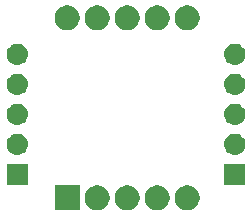
<source format=gbr>
G04 #@! TF.GenerationSoftware,KiCad,Pcbnew,(5.0.2)-1*
G04 #@! TF.CreationDate,2019-05-13T14:34:42-07:00*
G04 #@! TF.ProjectId,7_segment_display,375f7365-676d-4656-9e74-5f646973706c,rev?*
G04 #@! TF.SameCoordinates,Original*
G04 #@! TF.FileFunction,Soldermask,Top*
G04 #@! TF.FilePolarity,Negative*
%FSLAX46Y46*%
G04 Gerber Fmt 4.6, Leading zero omitted, Abs format (unit mm)*
G04 Created by KiCad (PCBNEW (5.0.2)-1) date 5/13/2019 2:34:42 PM*
%MOMM*%
%LPD*%
G01*
G04 APERTURE LIST*
%ADD10C,0.100000*%
G04 APERTURE END LIST*
D10*
G36*
X17336001Y-18286001D02*
X15234001Y-18286001D01*
X15234001Y-16184001D01*
X17336001Y-16184001D01*
X17336001Y-18286001D01*
X17336001Y-18286001D01*
G37*
G36*
X19131566Y-16224390D02*
X19322835Y-16303616D01*
X19494977Y-16418638D01*
X19641364Y-16565025D01*
X19756386Y-16737167D01*
X19835612Y-16928436D01*
X19876001Y-17131485D01*
X19876001Y-17338517D01*
X19835612Y-17541566D01*
X19756386Y-17732835D01*
X19641364Y-17904977D01*
X19494977Y-18051364D01*
X19322835Y-18166386D01*
X19131566Y-18245612D01*
X18928517Y-18286001D01*
X18721485Y-18286001D01*
X18518436Y-18245612D01*
X18327167Y-18166386D01*
X18155025Y-18051364D01*
X18008638Y-17904977D01*
X17893616Y-17732835D01*
X17814390Y-17541566D01*
X17774001Y-17338517D01*
X17774001Y-17131485D01*
X17814390Y-16928436D01*
X17893616Y-16737167D01*
X18008638Y-16565025D01*
X18155025Y-16418638D01*
X18327167Y-16303616D01*
X18518436Y-16224390D01*
X18721485Y-16184001D01*
X18928517Y-16184001D01*
X19131566Y-16224390D01*
X19131566Y-16224390D01*
G37*
G36*
X21671566Y-16224390D02*
X21862835Y-16303616D01*
X22034977Y-16418638D01*
X22181364Y-16565025D01*
X22296386Y-16737167D01*
X22375612Y-16928436D01*
X22416001Y-17131485D01*
X22416001Y-17338517D01*
X22375612Y-17541566D01*
X22296386Y-17732835D01*
X22181364Y-17904977D01*
X22034977Y-18051364D01*
X21862835Y-18166386D01*
X21671566Y-18245612D01*
X21468517Y-18286001D01*
X21261485Y-18286001D01*
X21058436Y-18245612D01*
X20867167Y-18166386D01*
X20695025Y-18051364D01*
X20548638Y-17904977D01*
X20433616Y-17732835D01*
X20354390Y-17541566D01*
X20314001Y-17338517D01*
X20314001Y-17131485D01*
X20354390Y-16928436D01*
X20433616Y-16737167D01*
X20548638Y-16565025D01*
X20695025Y-16418638D01*
X20867167Y-16303616D01*
X21058436Y-16224390D01*
X21261485Y-16184001D01*
X21468517Y-16184001D01*
X21671566Y-16224390D01*
X21671566Y-16224390D01*
G37*
G36*
X26751566Y-16224390D02*
X26942835Y-16303616D01*
X27114977Y-16418638D01*
X27261364Y-16565025D01*
X27376386Y-16737167D01*
X27455612Y-16928436D01*
X27496001Y-17131485D01*
X27496001Y-17338517D01*
X27455612Y-17541566D01*
X27376386Y-17732835D01*
X27261364Y-17904977D01*
X27114977Y-18051364D01*
X26942835Y-18166386D01*
X26751566Y-18245612D01*
X26548517Y-18286001D01*
X26341485Y-18286001D01*
X26138436Y-18245612D01*
X25947167Y-18166386D01*
X25775025Y-18051364D01*
X25628638Y-17904977D01*
X25513616Y-17732835D01*
X25434390Y-17541566D01*
X25394001Y-17338517D01*
X25394001Y-17131485D01*
X25434390Y-16928436D01*
X25513616Y-16737167D01*
X25628638Y-16565025D01*
X25775025Y-16418638D01*
X25947167Y-16303616D01*
X26138436Y-16224390D01*
X26341485Y-16184001D01*
X26548517Y-16184001D01*
X26751566Y-16224390D01*
X26751566Y-16224390D01*
G37*
G36*
X24211566Y-16224390D02*
X24402835Y-16303616D01*
X24574977Y-16418638D01*
X24721364Y-16565025D01*
X24836386Y-16737167D01*
X24915612Y-16928436D01*
X24956001Y-17131485D01*
X24956001Y-17338517D01*
X24915612Y-17541566D01*
X24836386Y-17732835D01*
X24721364Y-17904977D01*
X24574977Y-18051364D01*
X24402835Y-18166386D01*
X24211566Y-18245612D01*
X24008517Y-18286001D01*
X23801485Y-18286001D01*
X23598436Y-18245612D01*
X23407167Y-18166386D01*
X23235025Y-18051364D01*
X23088638Y-17904977D01*
X22973616Y-17732835D01*
X22894390Y-17541566D01*
X22854001Y-17338517D01*
X22854001Y-17131485D01*
X22894390Y-16928436D01*
X22973616Y-16737167D01*
X23088638Y-16565025D01*
X23235025Y-16418638D01*
X23407167Y-16303616D01*
X23598436Y-16224390D01*
X23801485Y-16184001D01*
X24008517Y-16184001D01*
X24211566Y-16224390D01*
X24211566Y-16224390D01*
G37*
G36*
X31381000Y-16141000D02*
X29579000Y-16141000D01*
X29579000Y-14339000D01*
X31381000Y-14339000D01*
X31381000Y-16141000D01*
X31381000Y-16141000D01*
G37*
G36*
X12966000Y-16141000D02*
X11164000Y-16141000D01*
X11164000Y-14339000D01*
X12966000Y-14339000D01*
X12966000Y-16141000D01*
X12966000Y-16141000D01*
G37*
G36*
X12175443Y-11805519D02*
X12241627Y-11812037D01*
X12354853Y-11846384D01*
X12411467Y-11863557D01*
X12550087Y-11937652D01*
X12567991Y-11947222D01*
X12603729Y-11976552D01*
X12705186Y-12059814D01*
X12788448Y-12161271D01*
X12817778Y-12197009D01*
X12817779Y-12197011D01*
X12901443Y-12353533D01*
X12901443Y-12353534D01*
X12952963Y-12523373D01*
X12970359Y-12700000D01*
X12952963Y-12876627D01*
X12918616Y-12989853D01*
X12901443Y-13046467D01*
X12827348Y-13185087D01*
X12817778Y-13202991D01*
X12788448Y-13238729D01*
X12705186Y-13340186D01*
X12603729Y-13423448D01*
X12567991Y-13452778D01*
X12567989Y-13452779D01*
X12411467Y-13536443D01*
X12354853Y-13553616D01*
X12241627Y-13587963D01*
X12175443Y-13594481D01*
X12109260Y-13601000D01*
X12020740Y-13601000D01*
X11954557Y-13594481D01*
X11888373Y-13587963D01*
X11775147Y-13553616D01*
X11718533Y-13536443D01*
X11562011Y-13452779D01*
X11562009Y-13452778D01*
X11526271Y-13423448D01*
X11424814Y-13340186D01*
X11341552Y-13238729D01*
X11312222Y-13202991D01*
X11302652Y-13185087D01*
X11228557Y-13046467D01*
X11211384Y-12989853D01*
X11177037Y-12876627D01*
X11159641Y-12700000D01*
X11177037Y-12523373D01*
X11228557Y-12353534D01*
X11228557Y-12353533D01*
X11312221Y-12197011D01*
X11312222Y-12197009D01*
X11341552Y-12161271D01*
X11424814Y-12059814D01*
X11526271Y-11976552D01*
X11562009Y-11947222D01*
X11579913Y-11937652D01*
X11718533Y-11863557D01*
X11775147Y-11846384D01*
X11888373Y-11812037D01*
X11954557Y-11805519D01*
X12020740Y-11799000D01*
X12109260Y-11799000D01*
X12175443Y-11805519D01*
X12175443Y-11805519D01*
G37*
G36*
X30590443Y-11805519D02*
X30656627Y-11812037D01*
X30769853Y-11846384D01*
X30826467Y-11863557D01*
X30965087Y-11937652D01*
X30982991Y-11947222D01*
X31018729Y-11976552D01*
X31120186Y-12059814D01*
X31203448Y-12161271D01*
X31232778Y-12197009D01*
X31232779Y-12197011D01*
X31316443Y-12353533D01*
X31316443Y-12353534D01*
X31367963Y-12523373D01*
X31385359Y-12700000D01*
X31367963Y-12876627D01*
X31333616Y-12989853D01*
X31316443Y-13046467D01*
X31242348Y-13185087D01*
X31232778Y-13202991D01*
X31203448Y-13238729D01*
X31120186Y-13340186D01*
X31018729Y-13423448D01*
X30982991Y-13452778D01*
X30982989Y-13452779D01*
X30826467Y-13536443D01*
X30769853Y-13553616D01*
X30656627Y-13587963D01*
X30590443Y-13594481D01*
X30524260Y-13601000D01*
X30435740Y-13601000D01*
X30369557Y-13594481D01*
X30303373Y-13587963D01*
X30190147Y-13553616D01*
X30133533Y-13536443D01*
X29977011Y-13452779D01*
X29977009Y-13452778D01*
X29941271Y-13423448D01*
X29839814Y-13340186D01*
X29756552Y-13238729D01*
X29727222Y-13202991D01*
X29717652Y-13185087D01*
X29643557Y-13046467D01*
X29626384Y-12989853D01*
X29592037Y-12876627D01*
X29574641Y-12700000D01*
X29592037Y-12523373D01*
X29643557Y-12353534D01*
X29643557Y-12353533D01*
X29727221Y-12197011D01*
X29727222Y-12197009D01*
X29756552Y-12161271D01*
X29839814Y-12059814D01*
X29941271Y-11976552D01*
X29977009Y-11947222D01*
X29994913Y-11937652D01*
X30133533Y-11863557D01*
X30190147Y-11846384D01*
X30303373Y-11812037D01*
X30369557Y-11805519D01*
X30435740Y-11799000D01*
X30524260Y-11799000D01*
X30590443Y-11805519D01*
X30590443Y-11805519D01*
G37*
G36*
X12175442Y-9265518D02*
X12241627Y-9272037D01*
X12354853Y-9306384D01*
X12411467Y-9323557D01*
X12550087Y-9397652D01*
X12567991Y-9407222D01*
X12603729Y-9436552D01*
X12705186Y-9519814D01*
X12788448Y-9621271D01*
X12817778Y-9657009D01*
X12817779Y-9657011D01*
X12901443Y-9813533D01*
X12901443Y-9813534D01*
X12952963Y-9983373D01*
X12970359Y-10160000D01*
X12952963Y-10336627D01*
X12918616Y-10449853D01*
X12901443Y-10506467D01*
X12827348Y-10645087D01*
X12817778Y-10662991D01*
X12788448Y-10698729D01*
X12705186Y-10800186D01*
X12603729Y-10883448D01*
X12567991Y-10912778D01*
X12567989Y-10912779D01*
X12411467Y-10996443D01*
X12354853Y-11013616D01*
X12241627Y-11047963D01*
X12175443Y-11054481D01*
X12109260Y-11061000D01*
X12020740Y-11061000D01*
X11954557Y-11054481D01*
X11888373Y-11047963D01*
X11775147Y-11013616D01*
X11718533Y-10996443D01*
X11562011Y-10912779D01*
X11562009Y-10912778D01*
X11526271Y-10883448D01*
X11424814Y-10800186D01*
X11341552Y-10698729D01*
X11312222Y-10662991D01*
X11302652Y-10645087D01*
X11228557Y-10506467D01*
X11211384Y-10449853D01*
X11177037Y-10336627D01*
X11159641Y-10160000D01*
X11177037Y-9983373D01*
X11228557Y-9813534D01*
X11228557Y-9813533D01*
X11312221Y-9657011D01*
X11312222Y-9657009D01*
X11341552Y-9621271D01*
X11424814Y-9519814D01*
X11526271Y-9436552D01*
X11562009Y-9407222D01*
X11579913Y-9397652D01*
X11718533Y-9323557D01*
X11775147Y-9306384D01*
X11888373Y-9272037D01*
X11954558Y-9265518D01*
X12020740Y-9259000D01*
X12109260Y-9259000D01*
X12175442Y-9265518D01*
X12175442Y-9265518D01*
G37*
G36*
X30590442Y-9265518D02*
X30656627Y-9272037D01*
X30769853Y-9306384D01*
X30826467Y-9323557D01*
X30965087Y-9397652D01*
X30982991Y-9407222D01*
X31018729Y-9436552D01*
X31120186Y-9519814D01*
X31203448Y-9621271D01*
X31232778Y-9657009D01*
X31232779Y-9657011D01*
X31316443Y-9813533D01*
X31316443Y-9813534D01*
X31367963Y-9983373D01*
X31385359Y-10160000D01*
X31367963Y-10336627D01*
X31333616Y-10449853D01*
X31316443Y-10506467D01*
X31242348Y-10645087D01*
X31232778Y-10662991D01*
X31203448Y-10698729D01*
X31120186Y-10800186D01*
X31018729Y-10883448D01*
X30982991Y-10912778D01*
X30982989Y-10912779D01*
X30826467Y-10996443D01*
X30769853Y-11013616D01*
X30656627Y-11047963D01*
X30590443Y-11054481D01*
X30524260Y-11061000D01*
X30435740Y-11061000D01*
X30369557Y-11054481D01*
X30303373Y-11047963D01*
X30190147Y-11013616D01*
X30133533Y-10996443D01*
X29977011Y-10912779D01*
X29977009Y-10912778D01*
X29941271Y-10883448D01*
X29839814Y-10800186D01*
X29756552Y-10698729D01*
X29727222Y-10662991D01*
X29717652Y-10645087D01*
X29643557Y-10506467D01*
X29626384Y-10449853D01*
X29592037Y-10336627D01*
X29574641Y-10160000D01*
X29592037Y-9983373D01*
X29643557Y-9813534D01*
X29643557Y-9813533D01*
X29727221Y-9657011D01*
X29727222Y-9657009D01*
X29756552Y-9621271D01*
X29839814Y-9519814D01*
X29941271Y-9436552D01*
X29977009Y-9407222D01*
X29994913Y-9397652D01*
X30133533Y-9323557D01*
X30190147Y-9306384D01*
X30303373Y-9272037D01*
X30369558Y-9265518D01*
X30435740Y-9259000D01*
X30524260Y-9259000D01*
X30590442Y-9265518D01*
X30590442Y-9265518D01*
G37*
G36*
X12175442Y-6725518D02*
X12241627Y-6732037D01*
X12354853Y-6766384D01*
X12411467Y-6783557D01*
X12550087Y-6857652D01*
X12567991Y-6867222D01*
X12603729Y-6896552D01*
X12705186Y-6979814D01*
X12788448Y-7081271D01*
X12817778Y-7117009D01*
X12817779Y-7117011D01*
X12901443Y-7273533D01*
X12901443Y-7273534D01*
X12952963Y-7443373D01*
X12970359Y-7620000D01*
X12952963Y-7796627D01*
X12918616Y-7909853D01*
X12901443Y-7966467D01*
X12827348Y-8105087D01*
X12817778Y-8122991D01*
X12788448Y-8158729D01*
X12705186Y-8260186D01*
X12603729Y-8343448D01*
X12567991Y-8372778D01*
X12567989Y-8372779D01*
X12411467Y-8456443D01*
X12354853Y-8473616D01*
X12241627Y-8507963D01*
X12175443Y-8514481D01*
X12109260Y-8521000D01*
X12020740Y-8521000D01*
X11954557Y-8514481D01*
X11888373Y-8507963D01*
X11775147Y-8473616D01*
X11718533Y-8456443D01*
X11562011Y-8372779D01*
X11562009Y-8372778D01*
X11526271Y-8343448D01*
X11424814Y-8260186D01*
X11341552Y-8158729D01*
X11312222Y-8122991D01*
X11302652Y-8105087D01*
X11228557Y-7966467D01*
X11211384Y-7909853D01*
X11177037Y-7796627D01*
X11159641Y-7620000D01*
X11177037Y-7443373D01*
X11228557Y-7273534D01*
X11228557Y-7273533D01*
X11312221Y-7117011D01*
X11312222Y-7117009D01*
X11341552Y-7081271D01*
X11424814Y-6979814D01*
X11526271Y-6896552D01*
X11562009Y-6867222D01*
X11579913Y-6857652D01*
X11718533Y-6783557D01*
X11775147Y-6766384D01*
X11888373Y-6732037D01*
X11954558Y-6725518D01*
X12020740Y-6719000D01*
X12109260Y-6719000D01*
X12175442Y-6725518D01*
X12175442Y-6725518D01*
G37*
G36*
X30590442Y-6725518D02*
X30656627Y-6732037D01*
X30769853Y-6766384D01*
X30826467Y-6783557D01*
X30965087Y-6857652D01*
X30982991Y-6867222D01*
X31018729Y-6896552D01*
X31120186Y-6979814D01*
X31203448Y-7081271D01*
X31232778Y-7117009D01*
X31232779Y-7117011D01*
X31316443Y-7273533D01*
X31316443Y-7273534D01*
X31367963Y-7443373D01*
X31385359Y-7620000D01*
X31367963Y-7796627D01*
X31333616Y-7909853D01*
X31316443Y-7966467D01*
X31242348Y-8105087D01*
X31232778Y-8122991D01*
X31203448Y-8158729D01*
X31120186Y-8260186D01*
X31018729Y-8343448D01*
X30982991Y-8372778D01*
X30982989Y-8372779D01*
X30826467Y-8456443D01*
X30769853Y-8473616D01*
X30656627Y-8507963D01*
X30590443Y-8514481D01*
X30524260Y-8521000D01*
X30435740Y-8521000D01*
X30369557Y-8514481D01*
X30303373Y-8507963D01*
X30190147Y-8473616D01*
X30133533Y-8456443D01*
X29977011Y-8372779D01*
X29977009Y-8372778D01*
X29941271Y-8343448D01*
X29839814Y-8260186D01*
X29756552Y-8158729D01*
X29727222Y-8122991D01*
X29717652Y-8105087D01*
X29643557Y-7966467D01*
X29626384Y-7909853D01*
X29592037Y-7796627D01*
X29574641Y-7620000D01*
X29592037Y-7443373D01*
X29643557Y-7273534D01*
X29643557Y-7273533D01*
X29727221Y-7117011D01*
X29727222Y-7117009D01*
X29756552Y-7081271D01*
X29839814Y-6979814D01*
X29941271Y-6896552D01*
X29977009Y-6867222D01*
X29994913Y-6857652D01*
X30133533Y-6783557D01*
X30190147Y-6766384D01*
X30303373Y-6732037D01*
X30369558Y-6725518D01*
X30435740Y-6719000D01*
X30524260Y-6719000D01*
X30590442Y-6725518D01*
X30590442Y-6725518D01*
G37*
G36*
X30590443Y-4185519D02*
X30656627Y-4192037D01*
X30769853Y-4226384D01*
X30826467Y-4243557D01*
X30965087Y-4317652D01*
X30982991Y-4327222D01*
X31018729Y-4356552D01*
X31120186Y-4439814D01*
X31203448Y-4541271D01*
X31232778Y-4577009D01*
X31232779Y-4577011D01*
X31316443Y-4733533D01*
X31316443Y-4733534D01*
X31367963Y-4903373D01*
X31385359Y-5080000D01*
X31367963Y-5256627D01*
X31333616Y-5369853D01*
X31316443Y-5426467D01*
X31242348Y-5565087D01*
X31232778Y-5582991D01*
X31203448Y-5618729D01*
X31120186Y-5720186D01*
X31018729Y-5803448D01*
X30982991Y-5832778D01*
X30982989Y-5832779D01*
X30826467Y-5916443D01*
X30769853Y-5933616D01*
X30656627Y-5967963D01*
X30590443Y-5974481D01*
X30524260Y-5981000D01*
X30435740Y-5981000D01*
X30369557Y-5974481D01*
X30303373Y-5967963D01*
X30190147Y-5933616D01*
X30133533Y-5916443D01*
X29977011Y-5832779D01*
X29977009Y-5832778D01*
X29941271Y-5803448D01*
X29839814Y-5720186D01*
X29756552Y-5618729D01*
X29727222Y-5582991D01*
X29717652Y-5565087D01*
X29643557Y-5426467D01*
X29626384Y-5369853D01*
X29592037Y-5256627D01*
X29574641Y-5080000D01*
X29592037Y-4903373D01*
X29643557Y-4733534D01*
X29643557Y-4733533D01*
X29727221Y-4577011D01*
X29727222Y-4577009D01*
X29756552Y-4541271D01*
X29839814Y-4439814D01*
X29941271Y-4356552D01*
X29977009Y-4327222D01*
X29994913Y-4317652D01*
X30133533Y-4243557D01*
X30190147Y-4226384D01*
X30303373Y-4192037D01*
X30369558Y-4185518D01*
X30435740Y-4179000D01*
X30524260Y-4179000D01*
X30590443Y-4185519D01*
X30590443Y-4185519D01*
G37*
G36*
X12175443Y-4185519D02*
X12241627Y-4192037D01*
X12354853Y-4226384D01*
X12411467Y-4243557D01*
X12550087Y-4317652D01*
X12567991Y-4327222D01*
X12603729Y-4356552D01*
X12705186Y-4439814D01*
X12788448Y-4541271D01*
X12817778Y-4577009D01*
X12817779Y-4577011D01*
X12901443Y-4733533D01*
X12901443Y-4733534D01*
X12952963Y-4903373D01*
X12970359Y-5080000D01*
X12952963Y-5256627D01*
X12918616Y-5369853D01*
X12901443Y-5426467D01*
X12827348Y-5565087D01*
X12817778Y-5582991D01*
X12788448Y-5618729D01*
X12705186Y-5720186D01*
X12603729Y-5803448D01*
X12567991Y-5832778D01*
X12567989Y-5832779D01*
X12411467Y-5916443D01*
X12354853Y-5933616D01*
X12241627Y-5967963D01*
X12175443Y-5974481D01*
X12109260Y-5981000D01*
X12020740Y-5981000D01*
X11954557Y-5974481D01*
X11888373Y-5967963D01*
X11775147Y-5933616D01*
X11718533Y-5916443D01*
X11562011Y-5832779D01*
X11562009Y-5832778D01*
X11526271Y-5803448D01*
X11424814Y-5720186D01*
X11341552Y-5618729D01*
X11312222Y-5582991D01*
X11302652Y-5565087D01*
X11228557Y-5426467D01*
X11211384Y-5369853D01*
X11177037Y-5256627D01*
X11159641Y-5080000D01*
X11177037Y-4903373D01*
X11228557Y-4733534D01*
X11228557Y-4733533D01*
X11312221Y-4577011D01*
X11312222Y-4577009D01*
X11341552Y-4541271D01*
X11424814Y-4439814D01*
X11526271Y-4356552D01*
X11562009Y-4327222D01*
X11579913Y-4317652D01*
X11718533Y-4243557D01*
X11775147Y-4226384D01*
X11888373Y-4192037D01*
X11954557Y-4185519D01*
X12020740Y-4179000D01*
X12109260Y-4179000D01*
X12175443Y-4185519D01*
X12175443Y-4185519D01*
G37*
G36*
X24211566Y-984390D02*
X24402835Y-1063616D01*
X24574977Y-1178638D01*
X24721364Y-1325025D01*
X24836386Y-1497167D01*
X24915612Y-1688436D01*
X24956001Y-1891485D01*
X24956001Y-2098517D01*
X24915612Y-2301566D01*
X24836386Y-2492835D01*
X24721364Y-2664977D01*
X24574977Y-2811364D01*
X24402835Y-2926386D01*
X24211566Y-3005612D01*
X24008517Y-3046001D01*
X23801485Y-3046001D01*
X23598436Y-3005612D01*
X23407167Y-2926386D01*
X23235025Y-2811364D01*
X23088638Y-2664977D01*
X22973616Y-2492835D01*
X22894390Y-2301566D01*
X22854001Y-2098517D01*
X22854001Y-1891485D01*
X22894390Y-1688436D01*
X22973616Y-1497167D01*
X23088638Y-1325025D01*
X23235025Y-1178638D01*
X23407167Y-1063616D01*
X23598436Y-984390D01*
X23801485Y-944001D01*
X24008517Y-944001D01*
X24211566Y-984390D01*
X24211566Y-984390D01*
G37*
G36*
X16591566Y-984390D02*
X16782835Y-1063616D01*
X16954977Y-1178638D01*
X17101364Y-1325025D01*
X17216386Y-1497167D01*
X17295612Y-1688436D01*
X17336001Y-1891485D01*
X17336001Y-2098517D01*
X17295612Y-2301566D01*
X17216386Y-2492835D01*
X17101364Y-2664977D01*
X16954977Y-2811364D01*
X16782835Y-2926386D01*
X16591566Y-3005612D01*
X16388517Y-3046001D01*
X16181485Y-3046001D01*
X15978436Y-3005612D01*
X15787167Y-2926386D01*
X15615025Y-2811364D01*
X15468638Y-2664977D01*
X15353616Y-2492835D01*
X15274390Y-2301566D01*
X15234001Y-2098517D01*
X15234001Y-1891485D01*
X15274390Y-1688436D01*
X15353616Y-1497167D01*
X15468638Y-1325025D01*
X15615025Y-1178638D01*
X15787167Y-1063616D01*
X15978436Y-984390D01*
X16181485Y-944001D01*
X16388517Y-944001D01*
X16591566Y-984390D01*
X16591566Y-984390D01*
G37*
G36*
X19131566Y-984390D02*
X19322835Y-1063616D01*
X19494977Y-1178638D01*
X19641364Y-1325025D01*
X19756386Y-1497167D01*
X19835612Y-1688436D01*
X19876001Y-1891485D01*
X19876001Y-2098517D01*
X19835612Y-2301566D01*
X19756386Y-2492835D01*
X19641364Y-2664977D01*
X19494977Y-2811364D01*
X19322835Y-2926386D01*
X19131566Y-3005612D01*
X18928517Y-3046001D01*
X18721485Y-3046001D01*
X18518436Y-3005612D01*
X18327167Y-2926386D01*
X18155025Y-2811364D01*
X18008638Y-2664977D01*
X17893616Y-2492835D01*
X17814390Y-2301566D01*
X17774001Y-2098517D01*
X17774001Y-1891485D01*
X17814390Y-1688436D01*
X17893616Y-1497167D01*
X18008638Y-1325025D01*
X18155025Y-1178638D01*
X18327167Y-1063616D01*
X18518436Y-984390D01*
X18721485Y-944001D01*
X18928517Y-944001D01*
X19131566Y-984390D01*
X19131566Y-984390D01*
G37*
G36*
X21671566Y-984390D02*
X21862835Y-1063616D01*
X22034977Y-1178638D01*
X22181364Y-1325025D01*
X22296386Y-1497167D01*
X22375612Y-1688436D01*
X22416001Y-1891485D01*
X22416001Y-2098517D01*
X22375612Y-2301566D01*
X22296386Y-2492835D01*
X22181364Y-2664977D01*
X22034977Y-2811364D01*
X21862835Y-2926386D01*
X21671566Y-3005612D01*
X21468517Y-3046001D01*
X21261485Y-3046001D01*
X21058436Y-3005612D01*
X20867167Y-2926386D01*
X20695025Y-2811364D01*
X20548638Y-2664977D01*
X20433616Y-2492835D01*
X20354390Y-2301566D01*
X20314001Y-2098517D01*
X20314001Y-1891485D01*
X20354390Y-1688436D01*
X20433616Y-1497167D01*
X20548638Y-1325025D01*
X20695025Y-1178638D01*
X20867167Y-1063616D01*
X21058436Y-984390D01*
X21261485Y-944001D01*
X21468517Y-944001D01*
X21671566Y-984390D01*
X21671566Y-984390D01*
G37*
G36*
X26751566Y-984390D02*
X26942835Y-1063616D01*
X27114977Y-1178638D01*
X27261364Y-1325025D01*
X27376386Y-1497167D01*
X27455612Y-1688436D01*
X27496001Y-1891485D01*
X27496001Y-2098517D01*
X27455612Y-2301566D01*
X27376386Y-2492835D01*
X27261364Y-2664977D01*
X27114977Y-2811364D01*
X26942835Y-2926386D01*
X26751566Y-3005612D01*
X26548517Y-3046001D01*
X26341485Y-3046001D01*
X26138436Y-3005612D01*
X25947167Y-2926386D01*
X25775025Y-2811364D01*
X25628638Y-2664977D01*
X25513616Y-2492835D01*
X25434390Y-2301566D01*
X25394001Y-2098517D01*
X25394001Y-1891485D01*
X25434390Y-1688436D01*
X25513616Y-1497167D01*
X25628638Y-1325025D01*
X25775025Y-1178638D01*
X25947167Y-1063616D01*
X26138436Y-984390D01*
X26341485Y-944001D01*
X26548517Y-944001D01*
X26751566Y-984390D01*
X26751566Y-984390D01*
G37*
M02*

</source>
